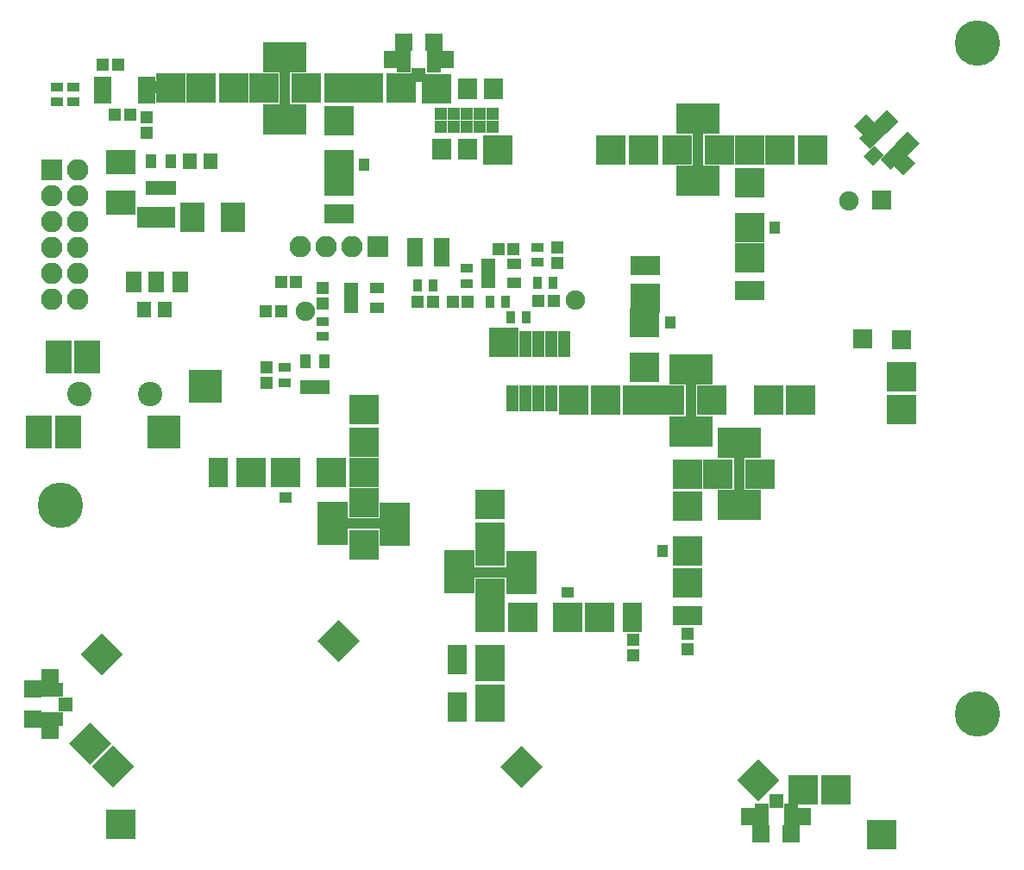
<source format=gts>
G04 #@! TF.FileFunction,Soldermask,Top*
%FSLAX46Y46*%
G04 Gerber Fmt 4.6, Leading zero omitted, Abs format (unit mm)*
G04 Created by KiCad (PCBNEW 4.0.6) date 12/03/17 11:24:10*
%MOMM*%
%LPD*%
G01*
G04 APERTURE LIST*
%ADD10C,0.100000*%
%ADD11C,1.900000*%
%ADD12R,1.250000X1.250000*%
%ADD13R,2.400000X2.900000*%
%ADD14R,3.700000X2.000000*%
%ADD15R,1.600000X2.000000*%
%ADD16C,4.464000*%
%ADD17R,1.300000X0.900000*%
%ADD18R,1.750000X0.800000*%
%ADD19R,2.940000X2.940000*%
%ADD20R,1.924000X2.051000*%
%ADD21R,1.162000X2.559000*%
%ADD22R,1.670000X1.670000*%
%ADD23R,1.035000X3.956000*%
%ADD24R,3.956000X1.035000*%
%ADD25R,1.390600X1.085800*%
%ADD26R,0.900000X1.300000*%
%ADD27R,1.200000X1.150000*%
%ADD28R,1.150000X1.200000*%
%ADD29R,2.914600X2.914600*%
%ADD30R,1.400000X1.650000*%
%ADD31R,2.940000X1.924000*%
%ADD32R,1.924000X1.924000*%
%ADD33R,1.924000X2.940000*%
%ADD34R,1.085800X1.390600*%
%ADD35C,2.400000*%
%ADD36R,2.600000X3.200000*%
%ADD37R,3.200000X3.200000*%
%ADD38R,2.100000X2.100000*%
%ADD39O,2.100000X2.100000*%
%ADD40R,1.009600X1.289000*%
%ADD41R,1.289000X1.009600*%
%ADD42R,2.900000X2.400000*%
%ADD43R,2.600000X1.450000*%
%ADD44R,1.450000X1.400000*%
%ADD45R,1.450000X2.600000*%
%ADD46R,1.400000X1.450000*%
%ADD47R,1.500000X0.850000*%
G04 APERTURE END LIST*
D10*
D11*
X108839000Y-83261200D03*
X162255200Y-72415400D03*
D12*
X127238760Y-65095120D03*
X125968760Y-65095120D03*
X124698760Y-65095120D03*
X123428760Y-65095120D03*
X122158760Y-65095120D03*
X127238760Y-63825120D03*
X125968760Y-63825120D03*
X124698760Y-63825120D03*
X123428760Y-63825120D03*
D13*
X97786440Y-73987660D03*
X101786440Y-73987660D03*
D14*
X94274640Y-73988460D03*
D15*
X92024640Y-80388460D03*
X94274640Y-80388460D03*
X96624640Y-80388460D03*
D16*
X84805520Y-102290880D03*
X174797720Y-122834400D03*
D17*
X86070440Y-61210760D03*
X86070440Y-62710760D03*
D18*
X89009340Y-60562460D03*
X89009340Y-61212460D03*
X89009340Y-61862460D03*
X89009340Y-62512460D03*
X93309340Y-60562460D03*
X93309340Y-61212460D03*
X93309340Y-61862460D03*
X93309340Y-62512460D03*
D10*
G36*
X94632240Y-60387860D02*
X94632240Y-62057860D01*
X93597240Y-61549860D01*
X93597240Y-60895860D01*
X94632240Y-60387860D01*
X94632240Y-60387860D01*
G37*
D19*
X95638740Y-61324460D03*
X127803940Y-67414260D03*
D20*
X124781340Y-61394460D03*
X127321340Y-61394460D03*
X122241340Y-67363460D03*
X124781340Y-67363460D03*
D19*
X121758740Y-61369060D03*
D21*
X131766340Y-86476960D03*
D19*
X128337340Y-86299160D03*
D21*
X130496340Y-86476960D03*
X133036340Y-86476960D03*
X134306340Y-86476960D03*
X129226340Y-91810960D03*
X130496340Y-91810960D03*
X131766340Y-91810960D03*
X133036340Y-91810960D03*
D19*
X135195340Y-91988760D03*
X112170240Y-64518660D03*
X112170240Y-61318260D03*
D22*
X106847640Y-65008760D03*
X108117640Y-65008760D03*
X105577640Y-65008760D03*
X105577640Y-63738760D03*
X106847640Y-63738760D03*
X108117640Y-63738760D03*
X108143040Y-57642760D03*
X106873040Y-57642760D03*
X105603040Y-57642760D03*
X105603040Y-58912760D03*
X108143040Y-58912760D03*
D19*
X108955840Y-61325760D03*
X104790240Y-61325760D03*
D23*
X106873040Y-61325760D03*
D22*
X106873040Y-58912760D03*
X146739640Y-88305760D03*
X145469640Y-88305760D03*
X148009640Y-88305760D03*
X148009640Y-89575760D03*
X146739640Y-89575760D03*
X145469640Y-89575760D03*
X145444240Y-95671760D03*
X146714240Y-95671760D03*
X147984240Y-95671760D03*
X147984240Y-94401760D03*
X145444240Y-94401760D03*
D19*
X144631440Y-91988760D03*
X148797040Y-91988760D03*
D23*
X146714240Y-91988760D03*
D22*
X146714240Y-94401760D03*
X147416520Y-71099680D03*
X148686520Y-71099680D03*
X146146520Y-71099680D03*
X146146520Y-69829680D03*
X147416520Y-69829680D03*
X148686520Y-69829680D03*
X148711920Y-63733680D03*
X147441920Y-63733680D03*
X146171920Y-63733680D03*
X146171920Y-65003680D03*
X148711920Y-65003680D03*
D19*
X149524720Y-67416680D03*
X145359120Y-67416680D03*
D23*
X147441920Y-67416680D03*
D22*
X147441920Y-65003680D03*
X151455120Y-95539560D03*
X150185120Y-95539560D03*
X152725120Y-95539560D03*
X152725120Y-96809560D03*
X151455120Y-96809560D03*
X150185120Y-96809560D03*
X150159720Y-102905560D03*
X151429720Y-102905560D03*
X152699720Y-102905560D03*
X152699720Y-101635560D03*
X150159720Y-101635560D03*
D19*
X149346920Y-99222560D03*
X153512520Y-99222560D03*
D23*
X151429720Y-99222560D03*
D22*
X151429720Y-101635560D03*
X118310028Y-104134794D03*
X118310028Y-102864794D03*
X118310028Y-105404794D03*
X117040028Y-105404794D03*
X117040028Y-104134794D03*
X117040028Y-102864794D03*
X110944028Y-102839394D03*
X110944028Y-104109394D03*
X110944028Y-105379394D03*
X112214028Y-105379394D03*
X112214028Y-102839394D03*
D19*
X114627028Y-102026594D03*
X114627028Y-106192194D03*
D24*
X114627028Y-104109394D03*
D22*
X112214028Y-104109394D03*
D25*
X129382520Y-78557120D03*
X129382520Y-80462120D03*
X126791721Y-78557120D03*
X126791721Y-79509620D03*
X126791721Y-80462120D03*
D19*
X155468320Y-67406520D03*
X158668720Y-67406520D03*
X157509240Y-92001460D03*
X154308840Y-92001460D03*
X141519940Y-91988760D03*
X138319540Y-91988760D03*
X114627028Y-92933394D03*
X114627028Y-96133794D03*
X167400000Y-89715460D03*
X167400000Y-92915860D03*
X152496520Y-70617080D03*
X152496520Y-67416680D03*
X111426628Y-99080194D03*
X114627028Y-99080194D03*
D26*
X127000000Y-82296000D03*
X128500000Y-82296000D03*
X131646800Y-80462120D03*
X133146800Y-80462120D03*
D17*
X131638040Y-76962000D03*
X131638040Y-78462000D03*
D27*
X90498360Y-59060080D03*
X88998360Y-59060080D03*
D28*
X93327340Y-65706660D03*
X93327340Y-64206660D03*
D27*
X90189740Y-63991460D03*
X91689740Y-63991460D03*
D29*
X165420040Y-134625080D03*
X90779600Y-133649720D03*
D27*
X123317000Y-82296000D03*
X124817000Y-82296000D03*
X131765040Y-82224880D03*
X133265040Y-82224880D03*
X127822960Y-77119480D03*
X129322960Y-77119480D03*
D17*
X124714000Y-79018000D03*
X124714000Y-80518000D03*
D30*
X95046040Y-83068160D03*
X93046040Y-83068160D03*
D19*
X98618040Y-61325760D03*
X101818440Y-61325760D03*
X115065840Y-61318260D03*
X118266240Y-61318260D03*
X138838940Y-67421760D03*
X142039340Y-67421760D03*
D31*
X146395440Y-113141760D03*
D19*
X146395440Y-109941360D03*
D32*
X167426640Y-86065360D03*
X163591240Y-85963760D03*
X165470840Y-72349360D03*
D31*
X142204440Y-78775560D03*
D19*
X142204440Y-81975960D03*
D31*
X112166400Y-73685400D03*
D19*
X112166400Y-70485000D03*
X142160020Y-91991300D03*
X142160020Y-88790900D03*
D31*
X152501600Y-81239360D03*
D19*
X152501600Y-78038960D03*
D33*
X100366168Y-99059754D03*
D19*
X103566568Y-99059754D03*
X146400520Y-99222560D03*
X146400520Y-102422960D03*
D30*
X97530920Y-68539360D03*
X99530920Y-68539360D03*
D34*
X93753940Y-68539360D03*
X95658940Y-68539360D03*
X93753940Y-71130159D03*
X94706440Y-71130159D03*
X95658940Y-71130159D03*
D26*
X129056000Y-83820000D03*
X130556000Y-83820000D03*
D17*
X84475320Y-61205680D03*
X84475320Y-62705680D03*
D16*
X174828200Y-56934100D03*
D35*
X93658840Y-91399360D03*
X86658840Y-91399360D03*
D36*
X82758840Y-95099360D03*
X85558840Y-95099360D03*
X84658840Y-87699360D03*
X87458840Y-87699360D03*
D37*
X94958840Y-95099360D03*
X99058840Y-90649360D03*
D38*
X83962240Y-69390260D03*
D39*
X86502240Y-69390260D03*
X83962240Y-71930260D03*
X86502240Y-71930260D03*
X83962240Y-74470260D03*
X86502240Y-74470260D03*
X83962240Y-77010260D03*
X86502240Y-77010260D03*
X83962240Y-79550260D03*
X86502240Y-79550260D03*
X83962240Y-82090260D03*
X86502240Y-82090260D03*
D40*
X144653000Y-84328000D03*
D19*
X142189200Y-84328000D03*
D40*
X114620040Y-68828920D03*
D19*
X112156240Y-68828920D03*
D40*
X154970480Y-75041760D03*
D19*
X152506680Y-75041760D03*
D41*
X106968928Y-101543994D03*
D19*
X106968928Y-99080194D03*
D40*
X143931640Y-106776520D03*
D19*
X146395440Y-106776520D03*
D42*
X90733880Y-68572880D03*
X90733880Y-72572880D03*
D41*
X134613859Y-110869715D03*
D19*
X134613859Y-113333515D03*
D33*
X140984179Y-113308115D03*
D19*
X137783779Y-113308115D03*
X127019259Y-113313195D03*
X130219659Y-113313195D03*
D22*
X123336259Y-108863115D03*
X123336259Y-110133115D03*
X123336259Y-107593115D03*
X124606259Y-107593115D03*
X124606259Y-108863115D03*
X124606259Y-110133115D03*
X130702259Y-110158515D03*
X130702259Y-108888515D03*
X130702259Y-107618515D03*
X129432259Y-107618515D03*
X129432259Y-110158515D03*
D19*
X127019259Y-110971315D03*
X127019259Y-106805715D03*
D24*
X127019259Y-108888515D03*
D22*
X129432259Y-108888515D03*
D19*
X127024339Y-102254035D03*
X127024339Y-105454435D03*
D10*
G36*
X151232688Y-129291558D02*
X153311582Y-127212664D01*
X155390476Y-129291558D01*
X153311582Y-131370452D01*
X151232688Y-129291558D01*
X151232688Y-129291558D01*
G37*
G36*
X128009746Y-127980440D02*
X130088640Y-125901546D01*
X132167534Y-127980440D01*
X130088640Y-130059334D01*
X128009746Y-127980440D01*
X128009746Y-127980440D01*
G37*
D28*
X146364960Y-114945160D03*
X146364960Y-116445160D03*
X141086840Y-115553360D03*
X141086840Y-117053360D03*
D10*
G36*
X112105440Y-117694614D02*
X110026546Y-115615720D01*
X112105440Y-113536826D01*
X114184334Y-115615720D01*
X112105440Y-117694614D01*
X112105440Y-117694614D01*
G37*
G36*
X88864537Y-119023692D02*
X86785643Y-116944798D01*
X88864537Y-114865904D01*
X90943431Y-116944798D01*
X88864537Y-119023692D01*
X88864537Y-119023692D01*
G37*
D33*
X123784360Y-117434360D03*
D19*
X126984760Y-117434360D03*
X127000000Y-118135400D03*
X127000000Y-121335800D03*
D10*
G36*
X89805414Y-125689360D02*
X87726520Y-127768254D01*
X85647626Y-125689360D01*
X87726520Y-123610466D01*
X89805414Y-125689360D01*
X89805414Y-125689360D01*
G37*
G36*
X92068439Y-127952384D02*
X89989545Y-130031278D01*
X87910651Y-127952384D01*
X89989545Y-125873490D01*
X92068439Y-127952384D01*
X92068439Y-127952384D01*
G37*
D33*
X123794520Y-122138440D03*
D19*
X126994920Y-122138440D03*
X157734000Y-130271520D03*
X160934400Y-130271520D03*
D43*
X83840320Y-120380760D03*
D44*
X85365320Y-121830760D03*
D43*
X83840320Y-123280760D03*
D22*
X83840320Y-119239960D03*
X83840320Y-124421560D03*
X82138520Y-120357560D03*
X82138520Y-123278560D03*
D10*
G36*
X165318254Y-68320251D02*
X167156731Y-66481774D01*
X168182036Y-67507079D01*
X166343559Y-69345556D01*
X165318254Y-68320251D01*
X165318254Y-68320251D01*
G37*
G36*
X163638875Y-67984376D02*
X164664180Y-66959071D01*
X165654129Y-67949020D01*
X164628824Y-68974325D01*
X163638875Y-67984376D01*
X163638875Y-67984376D01*
G37*
G36*
X163267644Y-66269641D02*
X165106121Y-64431164D01*
X166131426Y-65456469D01*
X164292949Y-67294946D01*
X163267644Y-66269641D01*
X163267644Y-66269641D01*
G37*
G36*
X166375944Y-68720332D02*
X167556812Y-67539464D01*
X168737680Y-68720332D01*
X167556812Y-69901200D01*
X166375944Y-68720332D01*
X166375944Y-68720332D01*
G37*
G36*
X162712000Y-65056388D02*
X163892868Y-63875520D01*
X165073736Y-65056388D01*
X163892868Y-66237256D01*
X162712000Y-65056388D01*
X162712000Y-65056388D01*
G37*
G36*
X166789036Y-66726715D02*
X167969904Y-65545847D01*
X169150772Y-66726715D01*
X167969904Y-67907583D01*
X166789036Y-66726715D01*
X166789036Y-66726715D01*
G37*
G36*
X164723577Y-64661256D02*
X165904445Y-63480388D01*
X167085313Y-64661256D01*
X165904445Y-65842124D01*
X164723577Y-64661256D01*
X164723577Y-64661256D01*
G37*
D45*
X121454840Y-58506360D03*
D46*
X120004840Y-60031360D03*
D45*
X118554840Y-58506360D03*
D22*
X122595640Y-58506360D03*
X117414040Y-58506360D03*
X121478040Y-56804560D03*
X118557040Y-56804560D03*
D45*
X153644600Y-132831840D03*
D46*
X155094600Y-131306840D03*
D45*
X156544600Y-132831840D03*
D22*
X152503800Y-132831840D03*
X157685400Y-132831840D03*
X153621400Y-134533640D03*
X156542400Y-134533640D03*
D12*
X122158760Y-63825120D03*
D28*
X133604000Y-78486000D03*
X133604000Y-76986000D03*
D27*
X121412000Y-82296000D03*
X119912000Y-82296000D03*
X107988800Y-80416400D03*
X106488800Y-80416400D03*
D28*
X110591600Y-80999200D03*
X110591600Y-82499200D03*
X105105200Y-88747600D03*
X105105200Y-90247600D03*
D27*
X106476800Y-83261200D03*
X104976800Y-83261200D03*
D26*
X121412000Y-80721200D03*
X119912000Y-80721200D03*
D17*
X110591600Y-85750400D03*
X110591600Y-84250400D03*
X106832400Y-90298400D03*
X106832400Y-88798400D03*
D25*
X115925600Y-80975200D03*
X115925600Y-82880200D03*
X113334801Y-80975200D03*
X113334801Y-81927700D03*
X113334801Y-82880200D03*
D34*
X108839000Y-88138000D03*
X110744000Y-88138000D03*
X108839000Y-90728799D03*
X109791500Y-90728799D03*
X110744000Y-90728799D03*
D38*
X116027200Y-76911200D03*
D39*
X113487200Y-76911200D03*
X110947200Y-76911200D03*
X108407200Y-76911200D03*
D47*
X122234000Y-78414400D03*
X122234000Y-77764400D03*
X122234000Y-77114400D03*
X122234000Y-76464400D03*
X119634000Y-76464400D03*
X119634000Y-77114400D03*
X119634000Y-77764400D03*
X119634000Y-78414400D03*
D11*
X135356600Y-82118200D03*
M02*

</source>
